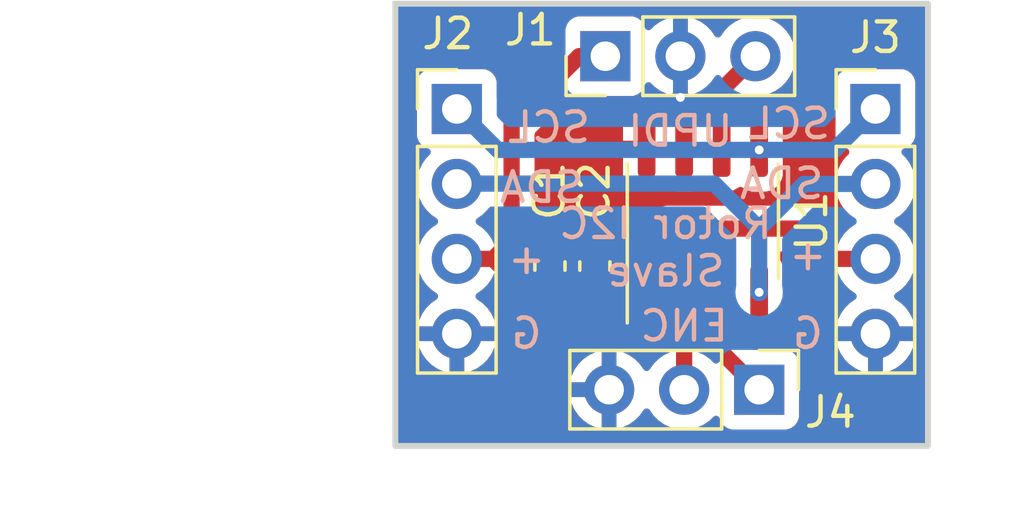
<source format=kicad_pcb>
(kicad_pcb (version 20221018) (generator pcbnew)
  (layers (0 "F.Cu" signal) (31 "B.Cu" signal) (34 "B.Paste" user) (35 "F.Paste" user) (36 "B.SilkS" user "B.Silkscreen") (37 "F.SilkS" user "F.Silkscreen") (38 "B.Mask" user) (39 "F.Mask" user) (44 "Edge.Cuts" user))
  (net 0 "")
  (net 1 "VCC")
  (net 2 "GND")
  (net 3 "UPDI")
  (net 4 "SDA")
  (net 5 "R1_ENCB")
  (net 6 "R1_ENCA")
  (net 7 "SCL")
  (footprint "Package_SO:SOIC-8_3.9x4.9mm_P1.27mm" (layer "F.Cu") (at 68.58 54.356 90)
    (fp_text reference "U1" (at 0 3.683 90) (layer "F.SilkS"))
    (fp_text value "ATtiny202-SS")
    (fp_line (start 0 -2.56) (end -3.45 -2.56) (stroke (width 0.12)) (layer "F.SilkS"))
    (fp_line (start 0 -2.56) (end 1.95 -2.56) (stroke (width 0.12)) (layer "F.SilkS"))
    (fp_line (start 0 2.56) (end -1.95 2.56) (stroke (width 0.12)) (layer "F.SilkS"))
    (fp_line (start 0 2.56) (end 1.95 2.56) (stroke (width 0.12)) (layer "F.SilkS"))
    (pad "1" smd roundrect (at -2.475 -1.905 90) (size 1.95 0.6) (layers "F.Cu" "F.Paste" "F.Mask") (net 1 "VCC"))
    (pad "2" smd roundrect (at -2.475 -0.635 90) (size 1.95 0.6) (layers "F.Cu" "F.Paste" "F.Mask") (net 5 "R1_ENCB"))
    (pad "3" smd roundrect (at -2.475 0.635 90) (size 1.95 0.6) (layers "F.Cu" "F.Paste" "F.Mask") (net 6 "R1_ENCA"))
    (pad "4" smd roundrect (at -2.475 1.905 90) (size 1.95 0.6) (layers "F.Cu" "F.Paste" "F.Mask") (net 4 "SDA"))
    (pad "5" smd roundrect (at 2.475 1.905 90) (size 1.95 0.6) (layers "F.Cu" "F.Paste" "F.Mask") (net 7 "SCL"))
    (pad "6" smd roundrect (at 2.475 0.635 90) (size 1.95 0.6) (layers "F.Cu" "F.Paste" "F.Mask") (net 3 "UPDI"))
    (pad "7" smd roundrect (at 2.475 -0.635 90) (size 1.95 0.6) (layers "F.Cu" "F.Paste" "F.Mask"))
    (pad "8" smd roundrect (at 2.475 -1.905 90) (size 1.95 0.6) (layers "F.Cu" "F.Paste" "F.Mask") (net 2 "GND"))
  )
  (footprint "Connector_PinHeader_2.54mm:PinHeader_1x03_P2.54mm_Vertical" (layer "F.Cu") (at 70.485 60.071 -90)
    (fp_text reference "J4" (at 0.762 -2.413 -180) (layer "F.SilkS"))
    (fp_text value "Conn_01x03")
    (fp_line (start -1.33 -1.33) (end 0 -1.33) (stroke (width 0.12)) (layer "F.SilkS"))
    (fp_line (start -1.33 0) (end -1.33 -1.33) (stroke (width 0.12)) (layer "F.SilkS"))
    (fp_line (start -1.33 1.27) (end -1.33 6.41) (stroke (width 0.12)) (layer "F.SilkS"))
    (fp_line (start -1.33 1.27) (end 1.33 1.27) (stroke (width 0.12)) (layer "F.SilkS"))
    (fp_line (start -1.33 6.41) (end 1.33 6.41) (stroke (width 0.12)) (layer "F.SilkS"))
    (fp_line (start 1.33 1.27) (end 1.33 6.41) (stroke (width 0.12)) (layer "F.SilkS"))
    (pad "1" thru_hole rect (at 0 0 270) (size 1.7 1.7) (drill 1) (layers "*.Cu" "*.Mask") (net 6 "R1_ENCA"))
    (pad "2" thru_hole oval (at 0 2.54 270) (size 1.7 1.7) (drill 1) (layers "*.Cu" "*.Mask") (net 5 "R1_ENCB"))
    (pad "3" thru_hole oval (at 0 5.08 270) (size 1.7 1.7) (drill 1) (layers "*.Cu" "*.Mask") (net 2 "GND"))
  )
  (footprint "Capacitor_SMD:C_0603_1608Metric" (layer "F.Cu") (at 63.401 55.88 90)
    (fp_text reference "C1" (at 2.54 -0.028 270) (layer "F.SilkS"))
    (fp_text value "10u")
    (fp_line (start -0.14058 -0.51) (end 0.14058 -0.51) (stroke (width 0.12)) (layer "F.SilkS"))
    (fp_line (start -0.14058 0.51) (end 0.14058 0.51) (stroke (width 0.12)) (layer "F.SilkS"))
    (pad "1" smd roundrect (at -0.775 0 90) (size 0.9 0.95) (layers "F.Cu" "F.Paste" "F.Mask") (net 1 "VCC"))
    (pad "2" smd roundrect (at 0.775 0 90) (size 0.9 0.95) (layers "F.Cu" "F.Paste" "F.Mask") (net 2 "GND"))
  )
  (footprint "Capacitor_SMD:C_0603_1608Metric" (layer "F.Cu") (at 64.9224 55.88 90)
    (fp_text reference "C2" (at 2.54 -0.0254 270) (layer "F.SilkS"))
    (fp_text value "100n")
    (fp_line (start -0.14058 -0.51) (end 0.14058 -0.51) (stroke (width 0.12)) (layer "F.SilkS"))
    (fp_line (start -0.14058 0.51) (end 0.14058 0.51) (stroke (width 0.12)) (layer "F.SilkS"))
    (pad "1" smd roundrect (at -0.775 0 90) (size 0.9 0.95) (layers "F.Cu" "F.Paste" "F.Mask") (net 1 "VCC"))
    (pad "2" smd roundrect (at 0.775 0 90) (size 0.9 0.95) (layers "F.Cu" "F.Paste" "F.Mask") (net 2 "GND"))
  )
  (footprint "Connector_PinHeader_2.54mm:PinHeader_1x03_P2.54mm_Vertical" (layer "F.Cu") (at 65.278 48.768 90)
    (fp_text reference "J1" (at 0.889 -2.54 180) (layer "F.SilkS"))
    (fp_text value "Conn_01x03")
    (fp_line (start -1.33 -1.33) (end 0 -1.33) (stroke (width 0.12)) (layer "F.SilkS"))
    (fp_line (start -1.33 0) (end -1.33 -1.33) (stroke (width 0.12)) (layer "F.SilkS"))
    (fp_line (start -1.33 1.27) (end -1.33 6.41) (stroke (width 0.12)) (layer "F.SilkS"))
    (fp_line (start -1.33 1.27) (end 1.33 1.27) (stroke (width 0.12)) (layer "F.SilkS"))
    (fp_line (start -1.33 6.41) (end 1.33 6.41) (stroke (width 0.12)) (layer "F.SilkS"))
    (fp_line (start 1.33 1.27) (end 1.33 6.41) (stroke (width 0.12)) (layer "F.SilkS"))
    (pad "1" thru_hole rect (at 0 0 90) (size 1.7 1.7) (drill 1) (layers "*.Cu" "*.Mask") (net 1 "VCC"))
    (pad "2" thru_hole oval (at 0 2.54 90) (size 1.7 1.7) (drill 1) (layers "*.Cu" "*.Mask") (net 2 "GND"))
    (pad "3" thru_hole oval (at 0 5.08 90) (size 1.7 1.7) (drill 1) (layers "*.Cu" "*.Mask") (net 3 "UPDI"))
  )
  (footprint "Connector_PinHeader_2.54mm:PinHeader_1x04_P2.54mm_Vertical" (layer "F.Cu") (at 60.2488 50.556)
    (fp_text reference "J2" (at -0.3048 -2.55) (layer "F.SilkS"))
    (fp_text value "Conn_01x04")
    (fp_line (start -1.33 -1.33) (end 0 -1.33) (stroke (width 0.12)) (layer "F.SilkS"))
    (fp_line (start -1.33 0) (end -1.33 -1.33) (stroke (width 0.12)) (layer "F.SilkS"))
    (fp_line (start -1.33 1.27) (end -1.33 8.95) (stroke (width 0.12)) (layer "F.SilkS"))
    (fp_line (start -1.33 1.27) (end 1.33 1.27) (stroke (width 0.12)) (layer "F.SilkS"))
    (fp_line (start -1.33 8.95) (end 1.33 8.95) (stroke (width 0.12)) (layer "F.SilkS"))
    (fp_line (start 1.33 1.27) (end 1.33 8.95) (stroke (width 0.12)) (layer "F.SilkS"))
    (pad "1" thru_hole rect (at 0 0) (size 1.7 1.7) (drill 1) (layers "*.Cu" "*.Mask") (net 7 "SCL"))
    (pad "2" thru_hole oval (at 0 2.54) (size 1.7 1.7) (drill 1) (layers "*.Cu" "*.Mask") (net 4 "SDA"))
    (pad "3" thru_hole oval (at 0 5.08) (size 1.7 1.7) (drill 1) (layers "*.Cu" "*.Mask") (net 1 "VCC"))
    (pad "4" thru_hole oval (at 0 7.62) (size 1.7 1.7) (drill 1) (layers "*.Cu" "*.Mask") (net 2 "GND"))
  )
  (footprint "Connector_PinHeader_2.54mm:PinHeader_1x04_P2.54mm_Vertical" (layer "F.Cu") (at 74.422 50.556)
    (fp_text reference "J3" (at 0 -2.423) (layer "F.SilkS"))
    (fp_text value "Conn_01x04")
    (fp_line (start -1.33 -1.33) (end 0 -1.33) (stroke (width 0.12)) (layer "F.SilkS"))
    (fp_line (start -1.33 0) (end -1.33 -1.33) (stroke (width 0.12)) (layer "F.SilkS"))
    (fp_line (start -1.33 1.27) (end -1.33 8.95) (stroke (width 0.12)) (layer "F.SilkS"))
    (fp_line (start -1.33 1.27) (end 1.33 1.27) (stroke (width 0.12)) (layer "F.SilkS"))
    (fp_line (start -1.33 8.95) (end 1.33 8.95) (stroke (width 0.12)) (layer "F.SilkS"))
    (fp_line (start 1.33 1.27) (end 1.33 8.95) (stroke (width 0.12)) (layer "F.SilkS"))
    (pad "1" thru_hole rect (at 0 0) (size 1.7 1.7) (drill 1) (layers "*.Cu" "*.Mask") (net 7 "SCL"))
    (pad "2" thru_hole oval (at 0 2.54) (size 1.7 1.7) (drill 1) (layers "*.Cu" "*.Mask") (net 4 "SDA"))
    (pad "3" thru_hole oval (at 0 5.08) (size 1.7 1.7) (drill 1) (layers "*.Cu" "*.Mask") (net 1 "VCC"))
    (pad "4" thru_hole oval (at 0 7.62) (size 1.7 1.7) (drill 1) (layers "*.Cu" "*.Mask") (net 2 "GND"))
  )
  (gr_rect (start 58.166 46.99) (end 76.2 61.976) (stroke (width 0.2)) (fill none) (layer "Edge.Cuts"))
  (gr_text "G" (at 62.611 58.166) (layer "B.SilkS") (effects (font (size 1 1)) (justify mirror)))
  (gr_text "G" (at 72.136 58.166) (layer "B.SilkS") (effects (font (size 1 1)) (justify mirror)))
  (gr_text "+" (at 62.611 55.626) (layer "B.SilkS") (effects (font (size 1 1)) (justify mirror)))
  (gr_text "SDA" (at 63.119 53.213) (layer "B.SilkS") (effects (font (size 1 1)) (justify mirror)))
  (gr_text "+" (at 72.136 55.499) (layer "B.SilkS") (effects (font (size 1 1)) (justify mirror)))
  (gr_text "ENC" (at 67.945 57.912) (layer "B.SilkS") (effects (font (size 1 1)) (justify mirror)))
  (gr_text "UPDI" (at 67.818 51.308) (layer "B.SilkS") (effects (font (size 1 1)) (justify mirror)))
  (gr_text "SCL" (at 63.373 51.181) (layer "B.SilkS") (effects (font (size 1 1)) (justify mirror)))
  (gr_text "SCL" (at 71.501 51.054) (layer "B.SilkS") (effects (font (size 1 1)) (justify mirror)))
  (gr_text "SDA" (at 71.247 53.086) (layer "B.SilkS") (effects (font (size 1 1)) (justify mirror)))
  (gr_text "Rotor I2C\nSlave" (at 67.31 55.245) (layer "B.SilkS") (effects (font (size 1 1)) (justify mirror)))
  (segment (start 61.478 55.636) (end 62.103 55.011) (width 0.55) (layer "F.Cu") (net 1))
  (segment (start 61.478 55.636) (end 60.2488 55.636) (width 0.55) (layer "F.Cu") (net 1))
  (segment (start 63.401 56.655) (end 62.497 56.655) (width 0.55) (layer "F.Cu") (net 1))
  (segment (start 66.486 56.642) (end 63.414 56.642) (width 0.55) (layer "F.Cu") (net 1))
  (segment (start 66.675 56.831) (end 66.486 56.642) (width 0.55) (layer "F.Cu") (net 1))
  (segment (start 62.103 55.011) (end 62.103 51.054) (width 0.55) (layer "F.Cu") (net 1))
  (segment (start 63.414 56.642) (end 63.401 56.655) (width 0.55) (layer "F.Cu") (net 1))
  (segment (start 64.389 48.768) (end 65.278 48.768) (width 0.55) (layer "F.Cu") (net 1))
  (segment (start 62.497 56.655) (end 61.478 55.636) (width 0.55) (layer "F.Cu") (net 1))
  (segment (start 67.437 54.61) (end 72.009 54.61) (width 0.55) (layer "F.Cu") (net 1))
  (segment (start 73.035 55.636) (end 74.422 55.636) (width 0.55) (layer "F.Cu") (net 1))
  (segment (start 66.675 56.831) (end 66.675 55.372) (width 0.55) (layer "F.Cu") (net 1))
  (segment (start 72.009 54.61) (end 73.035 55.636) (width 0.55) (layer "F.Cu") (net 1))
  (segment (start 66.675 55.372) (end 67.437 54.61) (width 0.55) (layer "F.Cu") (net 1))
  (segment (start 62.103 51.054) (end 64.389 48.768) (width 0.55) (layer "F.Cu") (net 1))
  (segment (start 66.675 53.721) (end 66.675 51.881) (width 0.55) (layer "F.Cu") (net 2))
  (segment (start 65.291 55.105) (end 66.675 53.721) (width 0.55) (layer "F.Cu") (net 2))
  (segment (start 63.401 55.105) (end 65.291 55.105) (width 0.55) (layer "F.Cu") (net 2))
  (via (at 67.818 50.165) (size 0.6) (drill 0.3) (layers "F.Cu" "B.Cu") (net 2))
  (segment (start 70.358 48.768) (end 69.215 49.911) (width 0.55) (layer "F.Cu") (net 3))
  (segment (start 69.215 49.911) (end 69.215 51.881) (width 0.55) (layer "F.Cu") (net 3))
  (segment (start 70.485 56.831) (end 70.485 56.769) (width 0.55) (layer "F.Cu") (net 4))
  (via (at 70.485 56.769) (size 0.6) (drill 0.3) (layers "F.Cu" "B.Cu") (net 4))
  (segment (start 70.485 54.61) (end 68.961 53.086) (width 0.55) (layer "B.Cu") (net 4))
  (segment (start 60.2588 53.086) (end 60.2488 53.096) (width 0.55) (layer "B.Cu") (net 4))
  (segment (start 70.485 56.769) (end 70.485 54.61) (width 0.55) (layer "B.Cu") (net 4))
  (segment (start 71.999 53.096) (end 74.422 53.096) (width 0.55) (layer "B.Cu") (net 4))
  (segment (start 68.961 53.086) (end 60.2588 53.086) (width 0.55) (layer "B.Cu") (net 4))
  (segment (start 70.485 54.61) (end 71.999 53.096) (width 0.55) (layer "B.Cu") (net 4))
  (segment (start 67.945 56.831) (end 67.945 60.071) (width 0.55) (layer "F.Cu") (net 5))
  (segment (start 69.215 58.801) (end 70.485 60.071) (width 0.55) (layer "F.Cu") (net 6))
  (segment (start 69.215 56.831) (end 69.215 58.801) (width 0.55) (layer "F.Cu") (net 6))
  (segment (start 70.485 51.881) (end 70.485 51.943) (width 0.55) (layer "F.Cu") (net 7))
  (via (at 70.485 51.943) (size 0.6) (drill 0.3) (layers "F.Cu" "B.Cu") (net 7))
  (segment (start 73.035 51.943) (end 74.422 50.556) (width 0.55) (layer "B.Cu") (net 7))
  (segment (start 70.485 51.943) (end 73.035 51.943) (width 0.55) (layer "B.Cu") (net 7))
  (segment (start 70.485 51.943) (end 61.6358 51.943) (width 0.55) (layer "B.Cu") (net 7))
  (segment (start 61.6358 51.943) (end 60.2488 50.556) (width 0.55) (layer "B.Cu") (net 7))
  (zone (net 2) (net_name "GND") (layer "F.Cu") (connect_pads (clearance 0.5)) (min_thickness 0.25) (fill yes (thermal_gap 0.5) (thermal_bridge_width 0.5))
    (polygon (pts (xy 58.166 47.0408) (xy 76.2 46.863) (xy 76.2 61.849) (xy 58.166 62.0268)))
  )
  (zone (net 2) (net_name "GND") (layer "B.Cu") (priority 1) (connect_pads (clearance 0.5)) (min_thickness 0.25) (fill yes (thermal_gap 0.5) (thermal_bridge_width 0.5))
    (polygon (pts (xy 58.166 46.99) (xy 76.2 46.99) (xy 76.2 61.976) (xy 58.166 61.976)))
  )
)
</source>
